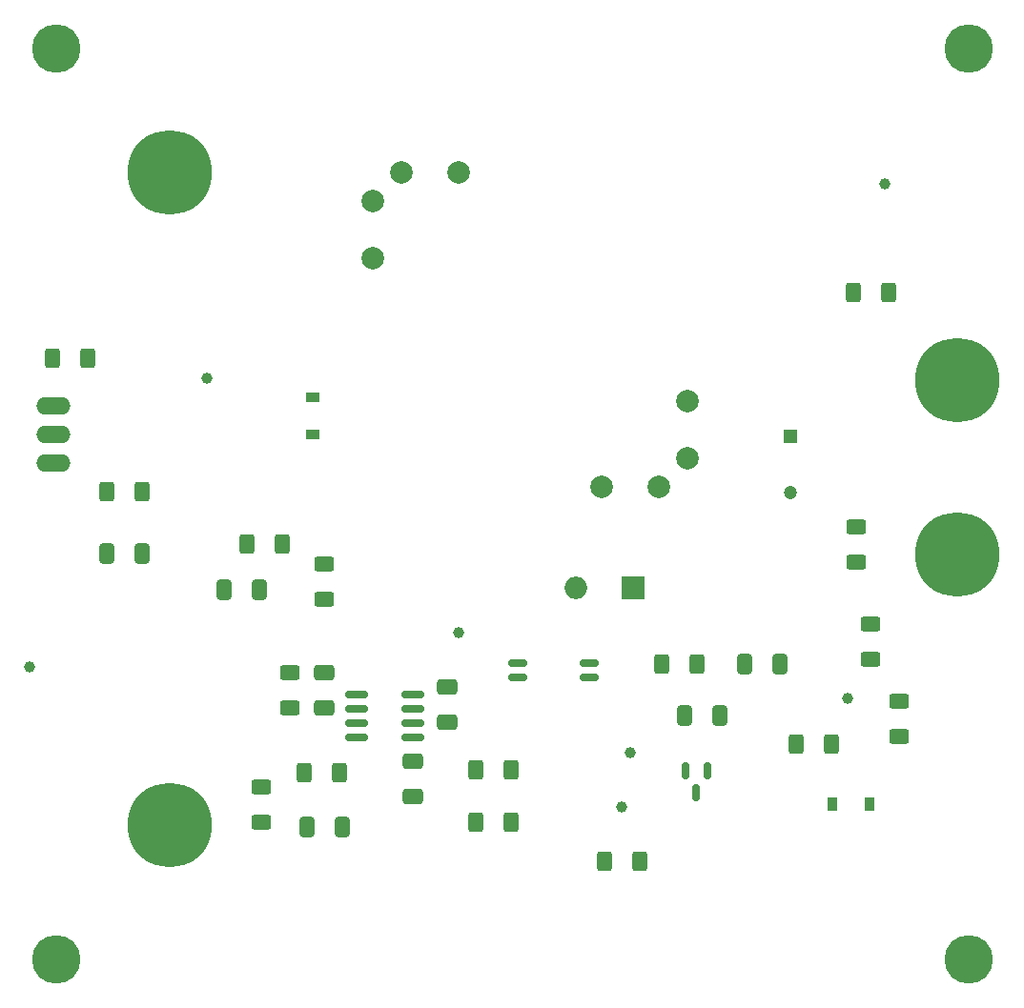
<source format=gbs>
G04 #@! TF.GenerationSoftware,KiCad,Pcbnew,(6.0.11)*
G04 #@! TF.CreationDate,2023-06-15T16:04:14+03:00*
G04 #@! TF.ProjectId,flyback_48V_48W,666c7962-6163-46b5-9f34-38565f343857,rev?*
G04 #@! TF.SameCoordinates,Original*
G04 #@! TF.FileFunction,Soldermask,Bot*
G04 #@! TF.FilePolarity,Negative*
%FSLAX46Y46*%
G04 Gerber Fmt 4.6, Leading zero omitted, Abs format (unit mm)*
G04 Created by KiCad (PCBNEW (6.0.11)) date 2023-06-15 16:04:14*
%MOMM*%
%LPD*%
G01*
G04 APERTURE LIST*
G04 Aperture macros list*
%AMRoundRect*
0 Rectangle with rounded corners*
0 $1 Rounding radius*
0 $2 $3 $4 $5 $6 $7 $8 $9 X,Y pos of 4 corners*
0 Add a 4 corners polygon primitive as box body*
4,1,4,$2,$3,$4,$5,$6,$7,$8,$9,$2,$3,0*
0 Add four circle primitives for the rounded corners*
1,1,$1+$1,$2,$3*
1,1,$1+$1,$4,$5*
1,1,$1+$1,$6,$7*
1,1,$1+$1,$8,$9*
0 Add four rect primitives between the rounded corners*
20,1,$1+$1,$2,$3,$4,$5,0*
20,1,$1+$1,$4,$5,$6,$7,0*
20,1,$1+$1,$6,$7,$8,$9,0*
20,1,$1+$1,$8,$9,$2,$3,0*%
G04 Aperture macros list end*
%ADD10R,2.000000X2.000000*%
%ADD11O,2.000000X2.000000*%
%ADD12C,7.500000*%
%ADD13C,4.700000*%
%ADD14O,3.048000X1.524000*%
%ADD15C,4.300000*%
%ADD16R,1.200000X1.200000*%
%ADD17C,1.200000*%
%ADD18C,2.000000*%
%ADD19C,1.000000*%
%ADD20RoundRect,0.250000X-0.400000X-0.625000X0.400000X-0.625000X0.400000X0.625000X-0.400000X0.625000X0*%
%ADD21RoundRect,0.250000X0.400000X0.625000X-0.400000X0.625000X-0.400000X-0.625000X0.400000X-0.625000X0*%
%ADD22RoundRect,0.250000X0.650000X-0.412500X0.650000X0.412500X-0.650000X0.412500X-0.650000X-0.412500X0*%
%ADD23RoundRect,0.250000X0.625000X-0.400000X0.625000X0.400000X-0.625000X0.400000X-0.625000X-0.400000X0*%
%ADD24RoundRect,0.150000X-0.825000X-0.150000X0.825000X-0.150000X0.825000X0.150000X-0.825000X0.150000X0*%
%ADD25RoundRect,0.150000X-0.662500X-0.150000X0.662500X-0.150000X0.662500X0.150000X-0.662500X0.150000X0*%
%ADD26RoundRect,0.250000X-0.650000X0.412500X-0.650000X-0.412500X0.650000X-0.412500X0.650000X0.412500X0*%
%ADD27RoundRect,0.250000X0.412500X0.650000X-0.412500X0.650000X-0.412500X-0.650000X0.412500X-0.650000X0*%
%ADD28RoundRect,0.250000X-0.625000X0.400000X-0.625000X-0.400000X0.625000X-0.400000X0.625000X0.400000X0*%
%ADD29R,1.200000X0.900000*%
%ADD30RoundRect,0.150000X-0.150000X0.587500X-0.150000X-0.587500X0.150000X-0.587500X0.150000X0.587500X0*%
%ADD31R,0.900000X1.200000*%
%ADD32RoundRect,0.250000X-0.412500X-0.650000X0.412500X-0.650000X0.412500X0.650000X-0.412500X0.650000X0*%
G04 APERTURE END LIST*
D10*
X157226000Y-72930000D03*
D11*
X152146000Y-72930000D03*
D12*
X116000000Y-94000000D03*
D13*
X116000000Y-94000000D03*
D14*
X105725000Y-59300000D03*
X105725000Y-56760000D03*
X105725000Y-61840000D03*
D15*
X187000000Y-106000000D03*
D13*
X186000000Y-54500000D03*
D12*
X186000000Y-54500000D03*
D15*
X187000000Y-25000000D03*
D16*
X171196000Y-59476000D03*
D17*
X171196000Y-64476000D03*
D15*
X106000000Y-106000000D03*
X106000000Y-25000000D03*
D18*
X136652000Y-36068000D03*
X141732000Y-36068000D03*
X134112000Y-43688000D03*
X134112000Y-38608000D03*
X154432000Y-64008000D03*
X159512000Y-64008000D03*
X162052000Y-56388000D03*
X162052000Y-61468000D03*
D13*
X186000000Y-70000000D03*
D12*
X186000000Y-70000000D03*
D19*
X103632000Y-80010000D03*
X179578000Y-37084000D03*
X119380000Y-54356000D03*
D13*
X116000000Y-36000000D03*
D12*
X116000000Y-36000000D03*
D19*
X156972000Y-87630000D03*
D20*
X110450000Y-64400000D03*
X113550000Y-64400000D03*
D21*
X108750000Y-52578000D03*
X105650000Y-52578000D03*
D22*
X129794000Y-83604500D03*
X129794000Y-80479500D03*
D23*
X124206000Y-93752000D03*
X124206000Y-90652000D03*
D24*
X132653000Y-86233000D03*
X132653000Y-84963000D03*
X132653000Y-83693000D03*
X132653000Y-82423000D03*
X137603000Y-82423000D03*
X137603000Y-83693000D03*
X137603000Y-84963000D03*
X137603000Y-86233000D03*
D25*
X146926500Y-80899000D03*
X146926500Y-79629000D03*
X153301500Y-79629000D03*
X153301500Y-80899000D03*
D26*
X137668000Y-88353500D03*
X137668000Y-91478500D03*
D27*
X113562500Y-69900000D03*
X110437500Y-69900000D03*
X164884500Y-84328000D03*
X161759500Y-84328000D03*
X123990500Y-73152000D03*
X120865500Y-73152000D03*
D28*
X177038000Y-67538000D03*
X177038000Y-70638000D03*
X178308000Y-76174000D03*
X178308000Y-79274000D03*
D23*
X129794000Y-73940000D03*
X129794000Y-70840000D03*
D29*
X128778000Y-59308000D03*
X128778000Y-56008000D03*
D27*
X170218500Y-79756000D03*
X167093500Y-79756000D03*
D20*
X127990000Y-89408000D03*
X131090000Y-89408000D03*
D21*
X174778000Y-86868000D03*
X171678000Y-86868000D03*
X126010000Y-69088000D03*
X122910000Y-69088000D03*
D30*
X161864000Y-89232500D03*
X163764000Y-89232500D03*
X162814000Y-91107500D03*
D21*
X146330000Y-89154000D03*
X143230000Y-89154000D03*
X157760000Y-97282000D03*
X154660000Y-97282000D03*
D19*
X141732000Y-76962000D03*
X176276000Y-82804000D03*
D21*
X146330000Y-93770000D03*
X143230000Y-93770000D03*
D31*
X174880000Y-92202000D03*
X178180000Y-92202000D03*
D32*
X128231500Y-94234000D03*
X131356500Y-94234000D03*
D21*
X162840000Y-79756000D03*
X159740000Y-79756000D03*
D19*
X156210000Y-92456000D03*
D22*
X140716000Y-84874500D03*
X140716000Y-81749500D03*
D23*
X126746000Y-83592000D03*
X126746000Y-80492000D03*
D28*
X180848000Y-83032000D03*
X180848000Y-86132000D03*
D21*
X179858000Y-46736000D03*
X176758000Y-46736000D03*
M02*

</source>
